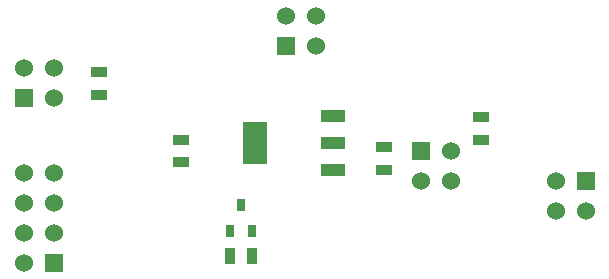
<source format=gts>
G04 (created by PCBNEW (2013-may-18)-stable) date Wed 29 Apr 2015 02:25:17 AM PDT*
%MOIN*%
G04 Gerber Fmt 3.4, Leading zero omitted, Abs format*
%FSLAX34Y34*%
G01*
G70*
G90*
G04 APERTURE LIST*
%ADD10C,0.00590551*%
%ADD11R,0.0315X0.0394*%
%ADD12R,0.08X0.144*%
%ADD13R,0.08X0.04*%
%ADD14R,0.055X0.035*%
%ADD15R,0.035X0.055*%
%ADD16R,0.06X0.06*%
%ADD17C,0.06*%
G04 APERTURE END LIST*
G54D10*
G54D11*
X28000Y-23317D03*
X28375Y-24183D03*
X27625Y-24183D03*
G54D12*
X28450Y-21250D03*
G54D13*
X31050Y-21250D03*
X31050Y-20350D03*
X31050Y-22150D03*
G54D14*
X23250Y-19625D03*
X23250Y-18875D03*
X32750Y-21375D03*
X32750Y-22125D03*
X36000Y-20375D03*
X36000Y-21125D03*
G54D15*
X27625Y-25000D03*
X28375Y-25000D03*
G54D14*
X26000Y-21125D03*
X26000Y-21875D03*
G54D16*
X21750Y-25250D03*
G54D17*
X20750Y-25250D03*
X21750Y-24250D03*
X20750Y-24250D03*
X21750Y-23250D03*
X20750Y-23250D03*
X21750Y-22250D03*
X20750Y-22250D03*
G54D16*
X29500Y-18000D03*
G54D17*
X29500Y-17000D03*
X30500Y-18000D03*
X30500Y-17000D03*
G54D16*
X34000Y-21500D03*
G54D17*
X35000Y-21500D03*
X34000Y-22500D03*
X35000Y-22500D03*
G54D16*
X39500Y-22500D03*
G54D17*
X39500Y-23500D03*
X38500Y-22500D03*
X38500Y-23500D03*
G54D16*
X20750Y-19750D03*
G54D17*
X20750Y-18750D03*
X21750Y-19750D03*
X21750Y-18750D03*
M02*

</source>
